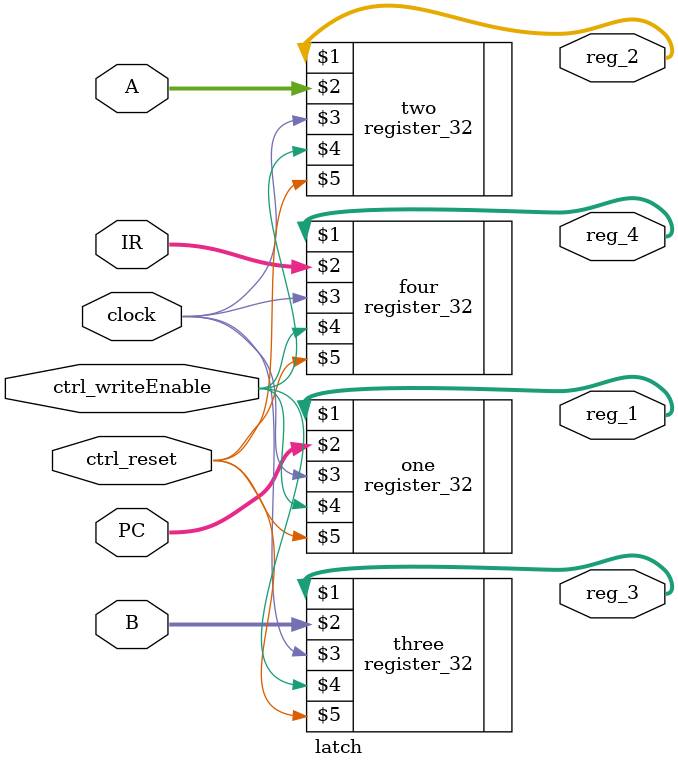
<source format=v>
module latch(clock, ctrl_writeEnable, ctrl_reset, PC, A, B, IR, reg_1, reg_2, reg_3, reg_4);

	input clock, ctrl_writeEnable, ctrl_reset;
	input [31:0] PC, A, B, IR;
	output [31:0] reg_1, reg_2, reg_3, reg_4;

    register_32 one(reg_1, PC, clock, ctrl_writeEnable, ctrl_reset);
    register_32 two(reg_2, A, clock, ctrl_writeEnable, ctrl_reset);  
    register_32 three(reg_3, B, clock, ctrl_writeEnable, ctrl_reset);
    register_32 four(reg_4, IR, clock, ctrl_writeEnable, ctrl_reset);

endmodule
</source>
